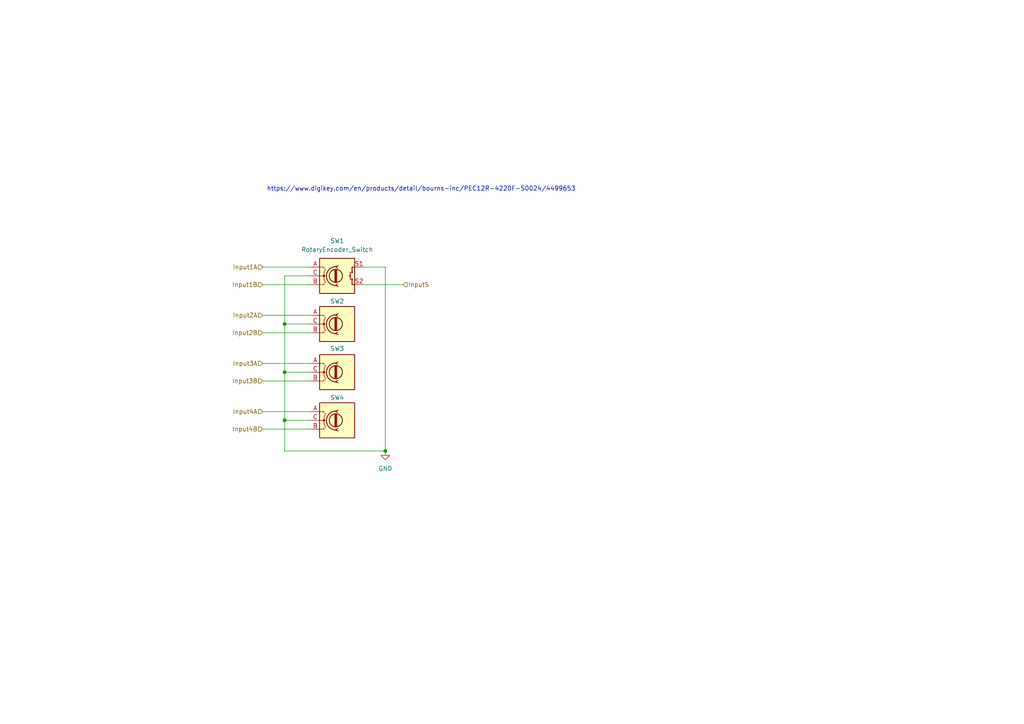
<source format=kicad_sch>
(kicad_sch (version 20231120) (generator "eeschema") (generator_version "8.0")
  (paper "A4")
  (lib_symbols
    (symbol "Device:RotaryEncoder" (pin_names (offset 0.254) hide)
      (property "Reference" "SW" (at 0 6.604 0))
      (property "Value" "RotaryEncoder" (at 0 -6.604 0))
      (symbol "RotaryEncoder_0_1"
        (rectangle (start -5.08 5.08) (end 5.08 -5.08) (stroke (width 0.254)) (fill (type background)))
        (circle (center -3.81 0) (radius 0.254) (fill (type outline)))
        (circle (center -0.381 0) (radius 1.905) (stroke (width 0.254)))
        (arc (start -0.381 2.667) (mid -3.0988 -0.0635) (end -0.381 -2.794) (stroke (width 0.254)))
        (polyline (pts (xy -0.635 -1.778) (xy -0.635 1.778)) (stroke (width 0.254)))
        (polyline (pts (xy -0.381 -1.778) (xy -0.381 1.778)) (stroke (width 0.254)))
        (polyline (pts (xy -0.127 1.778) (xy -0.127 -1.778)) (stroke (width 0.254)))
        (polyline (pts (xy -5.08 -2.54) (xy -3.81 -2.54) (xy -3.81 -2.032)))
        (polyline (pts (xy -5.08 2.54) (xy -3.81 2.54) (xy -3.81 2.032)))
        (polyline (pts (xy 0.254 -3.048) (xy -0.508 -2.794) (xy 0.127 -2.413)) (stroke (width 0.254)))
        (polyline (pts (xy 0.254 2.921) (xy -0.508 2.667) (xy 0.127 2.286)) (stroke (width 0.254)))
        (polyline (pts (xy -5.08 0) (xy -3.81 0) (xy -3.81 -1.016) (xy -3.302 -2.032)))
        (polyline (pts (xy -4.318 0) (xy -3.81 0) (xy -3.81 1.016) (xy -3.302 2.032)))
      )
      (symbol "RotaryEncoder_1_1"
        (pin passive line (at -7.62 2.54 0) (length 2.54) (name "A") (number "A"))
        (pin passive line (at -7.62 -2.54 0) (length 2.54) (name "B") (number "B"))
        (pin passive line (at -7.62 0 0) (length 2.54) (name "C") (number "C"))
      )
    )
    (symbol "Device:RotaryEncoder_Switch" (pin_names (offset 0.254) hide)
      (property "Reference" "SW" (at 0 6.604 0))
      (property "Value" "RotaryEncoder_Switch" (at 0 -6.604 0))
      (symbol "RotaryEncoder_Switch_0_1"
        (rectangle (start -5.08 5.08) (end 5.08 -5.08) (stroke (width 0.254)) (fill (type background)))
        (circle (center -3.81 0) (radius 0.254) (fill (type outline)))
        (circle (center -0.381 0) (radius 1.905) (stroke (width 0.254)))
        (arc (start -0.381 2.667) (mid -3.0988 -0.0635) (end -0.381 -2.794) (stroke (width 0.254)))
        (polyline (pts (xy -0.635 -1.778) (xy -0.635 1.778)) (stroke (width 0.254)))
        (polyline (pts (xy -0.381 -1.778) (xy -0.381 1.778)) (stroke (width 0.254)))
        (polyline (pts (xy -0.127 1.778) (xy -0.127 -1.778)) (stroke (width 0.254)))
        (polyline (pts (xy 3.81 0) (xy 3.429 0)) (stroke (width 0.254)))
        (polyline (pts (xy 3.81 1.016) (xy 3.81 -1.016)) (stroke (width 0.254)))
        (polyline (pts (xy -5.08 -2.54) (xy -3.81 -2.54) (xy -3.81 -2.032)))
        (polyline (pts (xy -5.08 2.54) (xy -3.81 2.54) (xy -3.81 2.032)))
        (polyline (pts (xy 0.254 -3.048) (xy -0.508 -2.794) (xy 0.127 -2.413)) (stroke (width 0.254)))
        (polyline (pts (xy 0.254 2.921) (xy -0.508 2.667) (xy 0.127 2.286)) (stroke (width 0.254)))
        (polyline (pts (xy 5.08 -2.54) (xy 4.318 -2.54) (xy 4.318 -1.016)) (stroke (width 0.254)))
        (polyline (pts (xy 5.08 2.54) (xy 4.318 2.54) (xy 4.318 1.016)) (stroke (width 0.254)))
        (polyline (pts (xy -5.08 0) (xy -3.81 0) (xy -3.81 -1.016) (xy -3.302 -2.032)))
        (polyline (pts (xy -4.318 0) (xy -3.81 0) (xy -3.81 1.016) (xy -3.302 2.032)))
        (circle (center 4.318 -1.016) (radius 0.127) (stroke (width 0.254)))
        (circle (center 4.318 1.016) (radius 0.127) (stroke (width 0.254)))
      )
      (symbol "RotaryEncoder_Switch_1_1"
        (pin passive line (at -7.62 2.54 0) (length 2.54) (name "A") (number "A"))
        (pin passive line (at -7.62 -2.54 0) (length 2.54) (name "B") (number "B"))
        (pin passive line (at -7.62 0 0) (length 2.54) (name "C") (number "C"))
        (pin passive line (at 7.62 2.54 180) (length 2.54) (name "S1") (number "S1"))
        (pin passive line (at 7.62 -2.54 180) (length 2.54) (name "S2") (number "S2"))
      )
    )
    (symbol "power:GND" (power) (pin_numbers hide) (pin_names (offset 0) hide)
      (property "Value" "GND" (at 0 -3.81 0))
      (symbol "GND_0_1"
        (polyline (pts (xy 0 0) (xy 0 -1.27) (xy 1.27 -1.27) (xy 0 -2.54) (xy -1.27 -1.27) (xy 0 -1.27)))
      )
      (symbol "GND_1_1"
        (pin power_in line (at 0 0 270) (length 0) (name "~") (number "1"))
      )
    )
  )
  (junction (at 82.55 121.92))
  (junction (at 82.55 93.98))
  (junction (at 111.76 130.81))
  (junction (at 82.55 107.95))
  (wire (pts (xy 82.55 107.95) (xy 90.17 107.95)))
  (wire (pts (xy 105.41 82.55) (xy 116.84 82.55)))
  (wire (pts (xy 76.2 82.55) (xy 90.17 82.55)))
  (wire (pts (xy 90.17 80.01) (xy 82.55 80.01)))
  (wire (pts (xy 82.55 121.92) (xy 90.17 121.92)))
  (wire (pts (xy 76.2 96.52) (xy 90.17 96.52)))
  (wire (pts (xy 76.2 105.41) (xy 90.17 105.41)))
  (wire (pts (xy 82.55 121.92) (xy 82.55 130.81)))
  (wire (pts (xy 105.41 77.47) (xy 111.76 77.47)))
  (wire (pts (xy 82.55 107.95) (xy 82.55 121.92)))
  (wire (pts (xy 76.2 110.49) (xy 90.17 110.49)))
  (wire (pts (xy 76.2 77.47) (xy 90.17 77.47)))
  (wire (pts (xy 76.2 91.44) (xy 90.17 91.44)))
  (wire (pts (xy 82.55 93.98) (xy 90.17 93.98)))
  (wire (pts (xy 111.76 77.47) (xy 111.76 130.81)))
  (wire (pts (xy 76.2 119.38) (xy 90.17 119.38)))
  (wire (pts (xy 111.76 130.81) (xy 82.55 130.81)))
  (wire (pts (xy 76.2 124.46) (xy 90.17 124.46)))
  (wire (pts (xy 82.55 93.98) (xy 82.55 107.95)))
  (wire (pts (xy 82.55 80.01) (xy 82.55 93.98)))
  (text "https://www.digikey.com/en/products/detail/bourns-inc/PEC12R-4220F-S0024/4499653" (at 122.174 54.864 0) (effects (font (size 1.27 1.27))))
  (hierarchical_label "InputS" (shape input) (at 116.84 82.55 0))
  (hierarchical_label "Input2B" (shape input) (at 76.2 96.52 180))
  (hierarchical_label "Input4B" (shape input) (at 76.2 124.46 180))
  (hierarchical_label "Input2A" (shape input) (at 76.2 91.44 180))
  (hierarchical_label "Input4A" (shape input) (at 76.2 119.38 180))
  (hierarchical_label "Input1A" (shape input) (at 76.2 77.47 180))
  (hierarchical_label "Input1B" (shape input) (at 76.2 82.55 180))
  (hierarchical_label "Input3B" (shape input) (at 76.2 110.49 180))
  (hierarchical_label "Input3A" (shape input) (at 76.2 105.41 180))
  (symbol (lib_id "Device:RotaryEncoder") (at 97.79 121.92 0) (unit 1)
    (property "Reference" "SW4" (at 95.758 115.316 0) (effects (justify left)))
    (property "Value" "RotaryEncoder" (effects (hide yes)))
    (property "Footprint" "ArmLEDFootprintLib:RotaryEncoder" (effects (hide yes)))
    (property "Datasheet" "https://www.digikey.com/en/products/detail/bourns-inc/PEC12R-4220F-S0024/4499653" (effects (hide yes)))
    (property "Description" "Rotary encoder, dual channel, incremental quadrate outputs" (effects (hide yes)))
  )
  (symbol (lib_id "Device:RotaryEncoder_Switch") (at 97.79 80.01 0) (unit 1)
    (property "Reference" "SW1" (at 97.79 69.85 0))
    (property "Value" "RotaryEncoder_Switch" (at 97.79 72.39 0))
    (property "Footprint" "ArmLEDFootprintLib:RotaryEncoder" (effects (hide yes)))
    (property "Datasheet" "https://www.digikey.com/en/products/detail/bourns-inc/PEC12R-4220F-S0024/4499653" (effects (hide yes)))
    (property "Description" "Rotary encoder, dual channel, incremental quadrate outputs, with switch" (effects (hide yes)))
  )
  (symbol (lib_id "power:GND") (at 111.76 130.81 0) (unit 1)
    (property "Reference" "#PWR01" (effects (hide yes)))
    (property "Value" "GND" (at 111.76 135.89 0))
    (property "Description" "Power symbol creates a global label with name \"GND\" , ground" (effects (hide yes)))
  )
  (symbol (lib_id "Device:RotaryEncoder") (at 97.79 107.95 0) (unit 1)
    (property "Reference" "SW3" (at 95.758 101.092 0) (effects (justify left)))
    (property "Value" "RotaryEncoder" (effects (hide yes)))
    (property "Footprint" "ArmLEDFootprintLib:RotaryEncoder" (effects (hide yes)))
    (property "Datasheet" "https://www.digikey.com/en/products/detail/bourns-inc/PEC12R-4220F-S0024/4499653" (effects (hide yes)))
    (property "Description" "Rotary encoder, dual channel, incremental quadrate outputs" (effects (hide yes)))
  )
  (symbol (lib_id "Device:RotaryEncoder") (at 97.79 93.98 0) (unit 1)
    (property "Reference" "SW2" (at 95.758 87.376 0) (effects (justify left)))
    (property "Value" "RotaryEncoder" (effects (hide yes)))
    (property "Footprint" "ArmLEDFootprintLib:RotaryEncoder" (effects (hide yes)))
    (property "Datasheet" "https://www.digikey.com/en/products/detail/bourns-inc/PEC12R-4220F-S0024/4499653" (effects (hide yes)))
    (property "Description" "Rotary encoder, dual channel, incremental quadrate outputs" (effects (hide yes)))
  )
)
</source>
